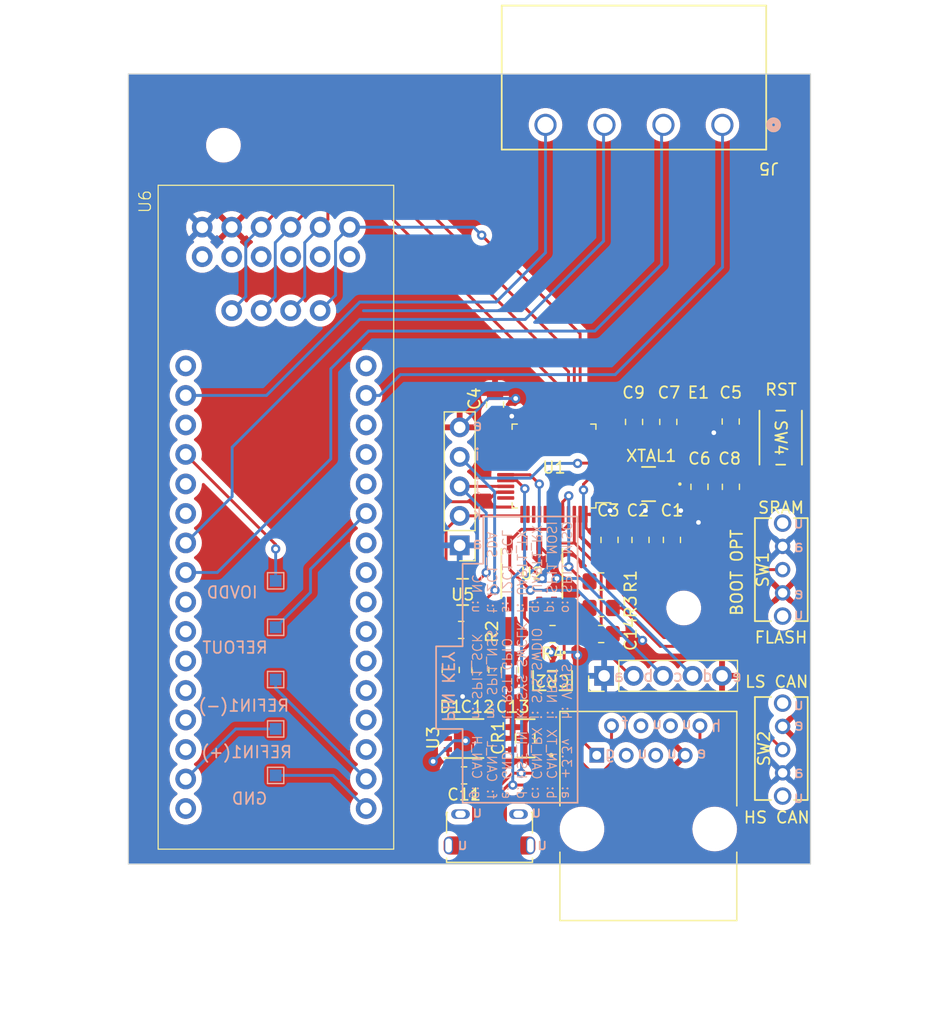
<source format=kicad_pcb>
(kicad_pcb (version 20221018) (generator pcbnew)
  (layers (0 "F.Cu" signal) (31 "B.Cu" signal) (34 "B.Paste" user) (35 "F.Paste" user) (36 "B.SilkS" user "B.Silkscreen") (37 "F.SilkS" user "F.Silkscreen") (38 "B.Mask" user) (39 "F.Mask" user) (44 "Edge.Cuts" user))
  (net 0 "")
  (net 1 "+3.3V")
  (net 5 "GND")
  (net 6 "+3.3VA")
  (net 7 "/NRST")
  (net 8 "VBUS")
  (net 13 "/CAN_L")
  (net 14 "/CAN_H")
  (net 15 "Net-(D1-K)")
  (net 16 "Net-(SW1-B)")
  (net 20 "/BOOT0")
  (net 22 "Net-(U2-RS)")
  (net 23 "/HSE_IN")
  (net 29 "/HSE_OUT")
  (net 30 "/SPI1_NSS")
  (net 31 "/SPI1_SCK")
  (net 32 "/SPI1_MISO")
  (net 33 "/SPI1_MOSI")
  (net 35 "/RST_GPIO")
  (net 40 "/USB_DM")
  (net 41 "/USB_DP")
  (net 42 "/SYS_SWDIO")
  (net 43 "/SYS_SWCLK")
  (net 44 "/CAN_RX")
  (net 45 "/CAN_TX")
  (net 54 "Net-(SW2-B)")
  (net 84 "Net-(TP1-Pad1)")
  (net 85 "Net-(U6-REFIN1(+))")
  (net 86 "Net-(U6-REFIN1(-))")
  (net 87 "Net-(U6-REFOUT)")
  (net 88 "Net-(TP5-Pad1)")
  (net 93 "/AVDD")
  (net 94 "/-VIN")
  (net 95 "/+VIN")
  (net 96 "/AVSS")
  (footprint "footprints:SOT-353   USV_TOS" (layer "F.Cu") (at 102.108 67.705999 180)
    (fp_text reference "U5")
    (fp_text value "DF5A5.6LFUTE85L_F" hide)
  )
  (footprint "footprints:AMPHENOL_10118194-0001LF" (layer "F.Cu") (at 104.425 89.535)
    (fp_text reference "J1" hide)
    (fp_text value "USB_B_Micro" hide)
  )
  (footprint "Resistor_SMD:R_0805_2012Metric_Pad1.20x1.40mm_HandSolder" (layer "F.Cu") (at 122.5138 58.658 -90)
    (fp_text reference "C6")
    (fp_text value ".01u" hide)
  )
  (footprint "MountingHole:MountingHole_2.5mm" (layer "F.Cu") (at 121.158 69.088)
    (fp_text reference "H2" hide)
    (fp_text value "MountingHole" hide)
  )
  (footprint "Resistor_SMD:R_0805_2012Metric_Pad1.20x1.40mm_HandSolder" (layer "F.Cu") (at 114.046 69.088)
    (fp_text reference "R3")
    (fp_text value "10k" hide)
  )
  (footprint "footprints:1825232-1_TEC" (layer "F.Cu") (at 129.6797 67.786 90)
    (fp_text reference "SW1")
    (fp_text value "SW_SPDT" hide)
  )
  (footprint "Resistor_SMD:R_0805_2012Metric_Pad1.20x1.40mm_HandSolder" (layer "F.Cu") (at 101.9811 70.9774 180)
    (fp_text reference "R2")
    (fp_text value "1.5k" hide)
  )
  (footprint "Resistor_SMD:R_0805_2012Metric_Pad1.20x1.40mm_HandSolder" (layer "F.Cu") (at 114.7644 63.23 -90)
    (fp_text reference "C3")
    (fp_text value "100n" hide)
  )
  (footprint "Resistor_SMD:R_0805_2012Metric_Pad1.20x1.40mm_HandSolder" (layer "F.Cu") (at 104.902 51.578 90)
    (fp_text reference "C4")
    (fp_text value "100n" hide)
  )
  (footprint "Resistor_SMD:R_0805_2012Metric_Pad1.20x1.40mm_HandSolder" (layer "F.Cu") (at 125.222 58.658 -90)
    (fp_text reference "C8")
    (fp_text value "100n" hide)
  )
  (footprint "footprints:TVS-SP05_LTF-L" (layer "F.Cu") (at 107.49915 80.309802)
    (fp_text reference "CR1")
    (fp_text value "SP0503BAHTG" hide)
  )
  (footprint "Resistor_SMD:R_0805_2012Metric_Pad1.20x1.40mm_HandSolder" (layer "F.Cu") (at 109.855 71.3326)
    (fp_text reference "R4")
    (fp_text value "120" hide)
  )
  (footprint "EVAL_AD7124_8_PMDZ:EVAL_AD7124_8_PMDZ" (layer "F.Cu") (at 78.25 48.25)
    (fp_text reference "U6")
    (fp_text value "~" hide)
  )
  (footprint "footprints:CHIP_ASE-24_ABR-L" (layer "F.Cu") (at 118.1321 58.42 180)
    (fp_text reference "XTAL1")
    (fp_text value "ASE-25.000MHZ-LC-T" hide)
  )
  (footprint "Connector_PinHeader_2.54mm:PinHeader_1x05_P2.54mm_Vertical" (layer "F.Cu") (at 101.854 63.6975 180)
    (fp_text reference "J4" hide)
    (fp_text value "Conn_01x05" hide)
  )
  (footprint "Resistor_SMD:R_0805_2012Metric_Pad1.20x1.40mm_HandSolder" (layer "F.Cu") (at 114.046 66.802 180)
    (fp_text reference "R1")
    (fp_text value "10k" hide)
  )
  (footprint "Resistor_SMD:R_0805_2012Metric_Pad1.20x1.40mm_HandSolder" (layer "F.Cu") (at 103.632 74.4224 90)
    (fp_text reference "C12")
    (fp_text value "1u" hide)
  )
  (footprint "footprints:SW4_PTS815 SJM 250 SMTR LFS_CNK" (layer "F.Cu") (at 129.5105 54.4248 -90)
    (fp_text reference "SW4")
    (fp_text value "PTS815 SJM 250 SMTR LFS" hide)
  )
  (footprint "footprints:CONN_1757268_PXC" (layer "F.Cu") (at 124.49 27.5 180)
    (fp_text reference "J5")
    (fp_text value "1757268" hide)
  )
  (footprint "Resistor_SMD:R_0805_2012Metric_Pad1.20x1.40mm_HandSolder" (layer "F.Cu") (at 101.0811 74.4224 -90)
    (fp_text reference "D1")
    (fp_text value "LED" hide)
  )
  (footprint "Resistor_SMD:R_0805_2012Metric_Pad1.20x1.40mm_HandSolder" (layer "F.Cu") (at 119.8284 53.07 -90)
    (fp_text reference "C7")
    (fp_text value "1u" hide)
  )
  (footprint "Resistor_SMD:R_0805_2012Metric_Pad1.20x1.40mm_HandSolder" (layer "F.Cu") (at 114.046 71.3326)
    (fp_text reference "C14")
    (fp_text value "100p" hide)
  )
  (footprint "Resistor_SMD:R_0805_2012Metric_Pad1.20x1.40mm_HandSolder" (layer "F.Cu") (at 125.206 53.0352 90)
    (fp_text reference "C5")
    (fp_text value "1u" hide)
  )
  (footprint "Resistor_SMD:R_0805_2012Metric_Pad1.20x1.40mm_HandSolder" (layer "F.Cu") (at 117.4338 63.23 -90)
    (fp_text reference "C2")
    (fp_text value "100n" hide)
  )
  (footprint "MountingHole:MountingHole_2.5mm" (layer "F.Cu") (at 81.5 29.25)
    (fp_text reference "H1" hide)
    (fp_text value "MountingHole" hide)
  )
  (footprint "Connector_PinHeader_2.54mm:PinHeader_1x05_P2.54mm_Vertical" (layer "F.Cu") (at 114.3 74.93 90)
    (fp_text reference "J2" hide)
    (fp_text value "Conn_01x05" hide)
  )
  (footprint "footprints:D8-L" (layer "F.Cu") (at 108.077 66.12255 -90)
    (fp_text reference "U2")
    (fp_text value "SN65HVD230DR" hide)
  )
  (footprint "Package_QFP:LQFP-48_7x7mm_P0.5mm" (layer "F.Cu") (at 109.982 56.8675 180)
    (fp_text reference "U1")
    (fp_text value "STM32F072C8Tx" hide)
  )
  (footprint "footprints:DFN6_3X3_STM-L" (layer "F.Cu") (at 102.235 80.325001 180)
    (fp_text reference "U3")
    (fp_text value "LD39050PU33R" hide)
  )
  (footprint "footprints:SOT_03C-E3-08_VIS" (layer "F.Cu") (at 109.855 75.3364 180)
    (fp_text reference "CR2")
    (fp_text value "GSOT03C-E3-08")
  )
  (footprint "footprints:1825232-1_TEC" (layer "F.Cu") (at 129.6797 83.185 90)
    (fp_text reference "SW2")
    (fp_text value "SW_SPDT" hide)
  )
  (footprint "Resistor_SMD:R_0805_2012Metric_Pad1.20x1.40mm_HandSolder" (layer "F.Cu") (at 102.235 83.5 180)
    (fp_text reference "C11")
    (fp_text value "1u" hide)
  )
  (footprint "footprints:FB_HI0805O121R-10" (layer "F.Cu") (at 122.4628 53.027 -90)
    (fp_text reference "E1")
    (fp_text value "HI0805O121R-10" hide)
  )
  (footprint "Resistor_SMD:R_0805_2012Metric_Pad1.20x1.40mm_HandSolder" (layer "F.Cu") (at 106.172 74.422 -90)
    (fp_text reference "C13")
    (fp_text value "100p" hide)
  )
  (footprint "footprints:AMPHENOL_54601-908WPLF" (layer "F.Cu") (at 118.11 88.115)
    (fp_text reference "J3" hide)
    (fp_text value "54601-908WPLF" hide)
  )
  (footprint "Resistor_SMD:R_0805_2012Metric_Pad1.20x1.40mm_HandSolder" (layer "F.Cu") (at 116.8784 53.07 -90)
    (fp_text reference "C9")
    (fp_text value "10n" hide)
  )
  (footprint "Resistor_SMD:R_0805_2012Metric_Pad1.20x1.40mm_HandSolder" (layer "F.Cu") (at 120.142 63.23 -90)
    (fp_text reference "C1")
    (fp_text value "10u" hide)
  )
  (footprint "TestPoint:TestPoint_Pad_1.0x1.0mm" (layer "B.Cu") (at 86 70.75 180)
    (fp_text reference "REFOUT")
    (fp_text value "TestPoint" hide)
  )
  (footprint "TestPoint:TestPoint_Pad_1.0x1.0mm" (layer "B.Cu") (at 86 75.25 180)
    (fp_text reference "REFIN1(-)")
    (fp_text value "TestPoint" hide)
  )
  (footprint "TestPoint:TestPoint_Pad_1.0x1.0mm" (layer "B.Cu") (at 86 66.75 180)
    (fp_text reference "IOVDD")
    (fp_text value "TestPoint" hide)
  )
  (footprint "TestPoint:TestPoint_Pad_1.0x1.0mm" (layer "B.Cu") (at 86 79.5 180)
    (fp_text reference "REFIN1(+)")
    (fp_text value "TestPoint" hide)
  )
  (footprint "TestPoint:TestPoint_Pad_1.0x1.0mm" (layer "B.Cu") (at 86 83.5 180)
    (fp_text reference "GND")
    (fp_text value "TestPoint" hide)
  )
  (gr_poly (pts (xy 103.886 61.214) (xy 112.014 61.214) (xy 112.014 85.852) (xy 102.108 85.852) (xy 102.108 79.502) (xy 99.822 79.502) (xy 99.822 72.39) (xy 102.108 72.39) (xy 102.108 65.278) (xy 103.886 65.278)) (stroke (width 0.15)) (fill none) (layer "B.SilkS"))
  (gr_rect (start 73.306 23.114) (end 132.08 91.1352) (stroke (width 0.1)) (fill none) (layer "Edge.Cuts"))
  (gr_text "o: SPI1_MISO\np: SPI1_MOSI\nq: UART1_RX\nr: UART1_TX\ns: I2C1_SCL\nt: I2C1_SDA\nu: NC" (at 107.188 69.596 270) (layer "B.SilkS") (effects (font (size 0.8 0.8) (thickness 0.1)) (justify left mirror)))
  (gr_text "e" (at 122.682 81.534) (layer "B.SilkS") (effects (font (size 1 1)) (justify mirror)))
  (gr_text "PIN KEY" (at 100.838 78.994 270) (layer "B.SilkS") (effects (font (size 1 1)) (justify left mirror)))
  (gr_text "j" (at 103.378 58.42) (layer "B.SilkS") (effects (font (size 1 1)) (justify mirror)))
  (gr_text "u" (at 108.458 86.614) (layer "B.SilkS") (effects (font (size 1 1)) (justify mirror)))
  (gr_text "u" (at 131.064 69.596) (layer "B.SilkS") (effects (font (size 1 1)) (justify mirror)))
  (gr_text "d" (at 123.19 74.93) (layer "B.SilkS") (effects (font (size 1 1)) (justify mirror)))
  (gr_text "e" (at 131.064 67.818) (layer "B.SilkS") (effects (font (size 1 1)) (justify mirror)))
  (gr_text "u" (at 131.064 61.722) (layer "B.SilkS") (effects (font (size 1 1)) (justify mirror)))
  (gr_text "f" (at 116.078 78.994) (layer "B.SilkS") (effects (font (size 1 1)) (justify mirror)))
  (gr_text "u" (at 108.966 89.408) (layer "B.SilkS") (effects (font (size 1 1)) (justify mirror)))
  (gr_text "k" (at 103.378 60.96) (layer "B.SilkS") (effects (font (size 1 1)) (justify mirror)))
  (gr_text "a" (at 131.072374 83.198259) (layer "B.SilkS") (effects (font (size 1 1)) (justify mirror)))
  (gr_text "a" (at 131.064 63.754) (layer "B.SilkS") (effects (font (size 1 1)) (justify mirror)))
  (gr_text "i" (at 103.378 55.88) (layer "B.SilkS") (effects (font (size 1 1)) (justify mirror)))
  (gr_text "u" (at 118.872 78.994) (layer "B.SilkS") (effects (font (size 1 1)) (justify mirror)))
  (gr_text "e" (at 131.072374 79.134259) (layer "B.SilkS") (effects (font (size 1 1)) (justify mirror)))
  (gr_text "u" (at 102.108 89.408) (layer "B.SilkS") (effects (font (size 1 1)) (justify mirror)))
  (gr_text "u" (at 103.378 86.614) (layer "B.SilkS") (effects (font (size 1 1)) (justify mirror)))
  (gr_text "u" (at 121.412 78.994) (layer "B.SilkS") (effects (font (size 1 1)) (justify mirror)))
  (gr_text "h: VBUS\ni: NRST\nj: SYS_SWDIO\nk: SYS_SWCLK\nl: RST_GPIO\nm: SPI1_NSS\nn: SPI1_SCK\n" (at 107.188 78.74 270) (layer "B.SilkS") (effects (font (size 0.8 0.8) (thickness 0.1)) (justify left mirror)))
  (gr_text "e" (at 125.73 74.93) (layer "B.SilkS") (effects (font (size 1 1)) (justify mirror)))
  (gr_text "a: +3.3v\nb: CAN_TX\nc: CAN_RX\nd: HSE_IN\ne: GND\nf: CAN_L\ng: CAN_H\n" (at 107.188 85.598 270) (layer "B.SilkS") (effects (font (size 0.8 0.8) (thickness 0.1)) (justify left mirror)))
  (gr_text "u" (at 120.142 81.534) (layer "B.SilkS") (effects (font (size 1 1)) (justify mirror)))
  (gr_text "u" (at 131.072374 77.356259) (layer "B.SilkS") (effects (font (size 1 1)) (justify mirror)))
  (gr_text "u" (at 117.602 81.534) (layer "B.SilkS") (effects (font (size 1 1)) (justify mirror)))
  (gr_text "a" (at 115.57 74.93) (layer "B.SilkS") (effects (font (size 1 1)) (justify mirror)))
  (gr_text "c" (at 120.65 74.93) (layer "B.SilkS") (effects (font (size 1 1)) (justify mirror)))
  (gr_text "g" (at 114.808 81.534) (layer "B.SilkS") (effects (font (size 1 1)) (justify mirror)))
  (gr_text "b" (at 118.11 74.93) (layer "B.SilkS") (effects (font (size 1 1)) (justify mirror)))
  (gr_text "h" (at 123.952 79.248) (layer "B.SilkS") (effects (font (size 1 1)) (justify mirror)))
  (gr_text "e" (at 103.378 53.34) (layer "B.SilkS") (effects (font (size 1 1)) (justify mirror)))
  (gr_text "u" (at 131.064 85.344) (layer "B.SilkS") (effects (font (size 1 1)) (justify mirror)))
  (gr_text "a" (at 103.378 63.5) (layer "B.SilkS") (effects (font (size 1 1)) (justify mirror)))
  (gr_text "HS CAN" (at 129.1717 87.122) (layer "F.SilkS") (effects (font (size 1 1))))
  (gr_text "BOOT OPT" (at 125.73 66.04 90) (layer "F.SilkS") (effects (font (size 1 1))))
  (gr_text "FLASH" (at 129.54 71.628) (layer "F.SilkS") (effects (font (size 1 1))))
  (gr_text "RST" (at 129.54 50.292) (layer "F.SilkS") (effects (font (size 1 1))))
  (gr_text "LS CAN" (at 129.1717 75.438) (layer "F.SilkS") (effects (font (size 1 1))))
  (gr_text "SRAM" (at 129.54 60.452) (layer "F.SilkS") (effects (font (size 1 1))))
  (segment (start 106.341999 52.578) (end 106.468999 52.705) (width 0.25) (layer "F.Cu") (net 1))
  (segment (start 112.732 61.03) (end 112.732 62.186) (width 0.25) (layer "F.Cu") (net 1))
  (segment (start 102.108 76.708) (end 102.108 76.4493) (width 0.5) (layer "F.Cu") (net 1))
  (segment (start 102.108 76.708) (end 100.838 77.978) (width 0.5) (layer "F.Cu") (net 1))
  (segment (start 107.442 65.024) (end 107.442 63.5) (width 0.25) (layer "F.Cu") (net 1))
  (segment (start 114.1445 59.6175) (end 115.4975 59.6175) (width 0.25) (layer "F.Cu") (net 1))
  (segment (start 122.4628 54) (end 125.1708 54) (width 0.4) (layer "F.Cu") (net 1))
  (segment (start 123.7852 54.0352) (end 125.206 54.0352) (width 0.25) (layer "F.Cu") (net 1))
  (segment (start 101.0666 68.355998) (end 101.854 67.568598) (width 0.25) (layer "F.Cu") (net 1))
  (segment (start 114.1445 59.6175) (end 114.1445 60.0995) (width 0.25) (layer "F.Cu") (net 1))
  (segment (start 112.732 61.03) (end 113.214 61.03) (width 0.25) (layer "F.Cu") (net 1))
  (segment (start 102.108 76.4493) (end 101.0811 75.4224) (width 0.5) (layer "F.Cu") (net 1))
  (segment (start 106.341999 52.578) (end 105.172 52.578) (width 0.4) (layer "F.Cu") (net 1))
  (segment (start 123.75 54) (end 123.7852 54.0352) (width 0.25) (layer "F.Cu") (net 1))
  (segment (start 106.468999 52.705) (end 107.232 52.705) (width 0.25) (layer "F.Cu") (net 1))
  (segment (start 102.3464 76.708) (end 103.632 75.4224) (width 0.5) (layer "F.Cu") (net 1))
  (segment (start 108.966 66.548) (end 107.442 65.024) (width 0.25) (layer "F.Cu") (net 1))
  (segment (start 112.732 62.186) (end 113.03 62.484) (width 0.25) (layer "F.Cu") (net 1))
  (segment (start 100.838 77.978) (end 100.838 79.375) (width 0.5) (layer "F.Cu") (net 1))
  (segment (start 101.854 67.568598) (end 101.854 63.6975) (width 0.25) (layer "F.Cu") (net 1))
  (segment (start 102.108 76.708) (end 102.3464 76.708) (width 0.5) (layer "F.Cu") (net 1))
  (via (at 106.341999 52.578) (size 0.8) (drill 0.4) (layers "F.Cu" "B.Cu") (net 1))
  (via (at 117.856 60.706) (size 0.8) (drill 0.4) (layers "F.Cu" "B.Cu") (net 1))
  (via (at 123.75 54) (size 0.8) (drill 0.4) (layers "F.Cu" "B.Cu") (net 1))
  (via (at 114.808 60.706) (size 0.8) (drill 0.4) (layers "F.Cu" "B.Cu") (net 1))
  (via (at 122.428 61.722) (size 0.8) (drill 0.4) (layers "F.Cu" "B.Cu") (net 1))
  (via (at 102.108 76.708) (size 0.8) (drill 0.4) (layers "F.Cu" "B.Cu") (net 1))
  (via (at 108.966 66.548) (size 0.8) (drill 0.4) (layers "F.Cu" "B.Cu") (net 1))
  (via (at 120.904 60.706) (size 0.8) (drill 0.4) (layers "F.Cu" "B.Cu") (net 1))
  (segment (start 108.712 63.754) (end 110.236 65.278) (width 0.25) (layer "F.Cu") (net 5))
  (segment (start 110.236 65.278) (end 110.236 66.548) (width 0.25) (layer "F.Cu") (net 5))
  (segment (start 106.884185 51.054) (end 107.732 51.901815) (width 0.25) (layer "F.Cu") (net 5))
  (segment (start 115.8405 56.1175) (end 116.078 55.88) (width 0.25) (layer "F.Cu") (net 5))
  (segment (start 104.189815 59.944) (end 100.584 59.944) (width 0.25) (layer "F.Cu") (net 5))
  (segment (start 106.68 51.054) (end 106.884185 51.054) (width 0.25) (layer "F.Cu") (net 5))
  (segment (start 119.4656 57.595) (end 122.3228 57.595) (width 0.25) (layer "F.Cu") (net 5))
  (segment (start 102.362 80.452001) (end 102.235 80.325001) (width 0.25) (layer "F.Cu") (net 5))
  (segment (start 103.632 73.4224) (end 103.378 73.1684) (width 0.25) (layer "F.Cu") (net 5))
  (segment (start 115.046 71.3326) (end 115.046 72.12) (width 0.25) (layer "F.Cu") (net 5))
  (segment (start 102.362 80.518) (end 102.362 80.452001) (width 0.25) (layer "F.Cu") (net 5))
  (segment (start 116.8784 54.07) (end 119.8284 54.07) (width 0.25) (layer "F.Cu") (net 5))
  (segment (start 107.732 51.901815) (end 107.732 52.705) (width 0.25) (layer "F.Cu") (net 5))
  (segment (start 105.6316 75.422) (end 103.632 73.4224) (width 0.25) (layer "F.Cu") (net 5))
  (segment (start 106.204 50.578) (end 104.902 50.578) (width 0.4) (layer "F.Cu") (net 5))
  (segment (start 103.1494 67.705999) (end 102.552499 67.705999) (width 0.25) (layer "F.Cu") (net 5))
  (segment (start 103.378 73.1684) (end 103.378 71.3743) (width 0.25) (layer "F.Cu") (net 5))
  (segment (start 102.552499 67.705999) (end 102.108 68.150498) (width 0.25) (layer "F.Cu") (net 5))
  (segment (start 112.232 62.956) (end 113.506 64.23) (width 0.25) (layer "F.Cu") (net 5))
  (segment (start 105.016315 59.1175) (end 104.189815 59.944) (width 0.25) (layer "F.Cu") (net 5))
  (segment (start 105.725 86.045) (end 106.172 85.598) (width 0.25) (layer "F.Cu") (net 5))
  (segment (start 114.1445 56.1175) (end 115.8405 56.1175) (width 0.25) (layer "F.Cu") (net 5))
  (segment (start 102.108 68.150498) (end 102.108 68.834) (width 0.25) (layer "F.Cu") (net 5))
  (segment (start 105.725 86.86) (end 105.725 86.045) (width 0.25) (layer "F.Cu") (net 5))
  (segment (start 122.3228 57.595) (end 122.4978 57.42) (width 0.25) (layer "F.Cu") (net 5))
  (segment (start 108.712 63.5) (end 108.712 63.754) (width 0.25) (layer "F.Cu") (net 5))
  (segment (start 115.046 72.12) (end 115.57 72.644) (width 0.25) (layer "F.Cu") (net 5))
  (segment (start 106.68 51.054) (end 106.204 50.578) (width 0.4) (layer "F.Cu") (net 5))
  (segment (start 106.172 75.422) (end 105.6316 75.422) (width 0.25) (layer "F.Cu") (net 5))
  (segment (start 103.378 71.3743) (end 102.9811 70.9774) (width 0.25) (layer "F.Cu") (net 5))
  (segment (start 112.232 61.03) (end 112.232 62.956) (width 0.25) (layer "F.Cu") (net 5))
  (segment (start 105.8195 59.1175) (end 105.016315 59.1175) (width 0.25) (layer "F.Cu") (net 5))
  (segment (start 113.506 64.23) (end 114.7644 64.23) (width 0.25) (layer "F.Cu") (net 5))
  (via (at 110.236 66.548) (size 0.8) (drill 0.4) (layers "F.Cu" "B.Cu") (net 5))
  (via (at 117.602 71.882) (size 0.8) (drill 0.4) (layers "F.Cu" "B.Cu") (net 5))
  (via (at 106.68 51.054) (size 0.8) (drill 0.4) (layers "F.Cu" "B.Cu") (net 5))
  (via (at 102.362 80.518) (size 0.8) (drill 0.4) (layers "F.Cu" "B.Cu") (net 5))
  (via (at 99.568 82.296) (size 0.8) (drill 0.4) (layers "F.Cu" "B.Cu") (net 5))
  (via (at 109.728 72.898) (size 0.8) (drill 0.4) (layers "F.Cu" "B.Cu") (net 5))
  (via (at 112.014 73.152) (size 0.8) (drill 0.4) (layers "F.Cu" "B.Cu") (net 5))
  (segment (start 109.728 72.898) (end 111.76 72.898) (width 0.25) (layer "B.Cu") (net 5))
  (segment (start 104.3375 51.054) (end 101.854 53.5375) (width 0.25) (layer "B.Cu") (net 5))
  (segment (start 101.346 80.518) (end 99.568 82.296) (width 0.25) (layer "B.Cu") (net 5))
  (segment (start 106.68 51.054) (end 104.3375 51.054) (width 0.25) (layer "B.Cu") (net 5))
  (segment (start 110.236 66.548) (end 112.268 66.548) (width 0.25) (layer "B.Cu") (net 5))
  (segment (start 112.268 66.548) (end 117.602 71.882) (width 0.25) (layer "B.Cu") (net 5))
  (segment (start 111.76 72.898) (end 112.014 73.152) (width 0.25) (layer "B.Cu") (net 5))
  (segment (start 102.362 80.518) (end 101.346 80.518) (width 0.25) (layer "B.Cu") (net 5))
  (segment (start 119.8284 52.07) (end 116.8784 52.07) (width 0.4) (layer "F.Cu") (net 6))
  (segment (start 115.57 54.995185) (end 115.57 54.420385) (width 0.25) (layer "F.Cu") (net 6))
  (segment (start 115.57 53.3784) (end 116.8784 52.07) (width 0.4) (layer "F.Cu") (net 6))
  (segment (start 114.947685 55.6175) (end 115.57 54.995185) (width 0.25) (layer "F.Cu") (net 6))
  (segment (start 119.8284 52.07) (end 122.4468 52.07) (width 0.4) (layer "F.Cu") (net 6))
  (segment (start 115.57 54.420385) (end 115.57 53.3784) (width 0.4) (layer "F.Cu") (net 6))
  (segment (start 114.1445 55.6175) (end 114.947685 55.6175) (width 0.25) (layer "F.Cu") (net 6))
  (segment (start 104.110002 68.355998) (end 103.1494 68.355998) (width 0.25) (layer "F.Cu") (net 7))
  (segment (start 128.435501 58.000499) (end 128.435501 56.674801) (width 0.25) (layer "F.Cu") (net 7))
  (segment (start 128.435501 56.674801) (end 128.435501 52.174799) (width 0.25) (layer "F.Cu") (net 7))
  (segment (start 114.046 56.6175) (end 128.3782 56.6175) (width 0.25) (layer "F.Cu") (net 7))
  (segment (start 125.206 59.42) (end 127.016 59.42) (width 0.25) (layer "F.Cu") (net 7))
  (segment (start 128.3782 56.6175) (end 128.435501 56.674801) (width 0.25) (layer "F.Cu") (net 7))
  (segment (start 112.014 56.642) (end 112.0385 56.6175) (width 0.25) (layer "F.Cu") (net 7))
  (segment (start 112.0385 56.6175) (end 114.1445 56.6175) (width 0.25) (layer "F.Cu") (net 7))
  (segment (start 127.016 59.42) (end 128.435501 58.000499) (width 0.25) (layer "F.Cu") (net 7))
  (segment (start 104.902 67.564) (end 104.110002 68.355998) (width 0.25) (layer "F.Cu") (net 7))
  (via (at 112.014 56.642) (size 0.8) (drill 0.4) (layers "F.Cu" "B.Cu") (net 7))
  (via (at 104.902 67.564) (size 0.8) (drill 0.4) (layers "F.Cu" "B.Cu") (net 7))
  (segment (start 104.902 67.564) (end 104.865 67.527) (width 0.25) (layer "B.Cu") (net 7))
  (segment (start 103.6885 57.912) (end 101.854 56.0775) (width 0.25) (layer "B.Cu") (net 7))
  (segment (start 104.865 59.0885) (end 103.6885 57.912) (width 0.25) (layer "B.Cu") (net 7))
  (segment (start 104.865 67.527) (end 104.865 59.0885) (width 0.25) (layer "B.Cu") (net 7))
  (segment (start 109.22 56.642) (end 107.95 57.912) (width 0.25) (layer "B.Cu") (net 7))
  (segment (start 107.95 57.912) (end 103.6885 57.912) (width 0.25) (layer "B.Cu") (net 7))
  (segment (start 112.014 56.642) (end 109.22 56.642) (width 0.25) (layer "B.Cu") (net 7))
  (segment (start 111.506 84.582) (end 107.95 88.138) (width 0.25) (layer "F.Cu") (net 8))
  (segment (start 103.235 83.5) (end 103.235 82.095901) (width 0.25) (layer "F.Cu") (net 8))
  (segment (start 122.555 82.677) (end 120.65 84.582) (width 0.25) (layer "F.Cu") (net 8))
  (segment (start 100.838 81.275002) (end 100.838 81.728202) (width 0.25) (layer "F.Cu") (net 8))
  (segment (start 103.125 86.86) (end 103.125 83.61) (width 0.25) (layer "F.Cu") (net 8))
  (segment (start 107.95 88.138) (end 103.528 88.138) (width 0.25) (layer "F.Cu") (net 8))
  (segment (start 103.125 83.61) (end 103.235 83.5) (width 0.25) (layer "F.Cu") (net 8))
  (segment (start 120.65 84.582) (end 111.506 84.582) (width 0.25) (layer "F.Cu") (net 8))
  (segment (start 103.4363 81.894601) (end 103.632 81.698901) (width 0.25) (layer "F.Cu") (net 8))
  (segment (start 103.632 81.698901) (end 103.632 81.275002) (width 0.25) (layer "F.Cu") (net 8))
  (segment (start 103.528 88.138) (end 103.125 87.735) (width 0.25) (layer "F.Cu") (net 8))
  (segment (start 106.4133 81.275002) (end 103.632 81.275002) (width 0.25) (layer "F.Cu") (net 8))
  (segment (start 103.235 82.095901) (end 103.632 81.698901) (width 0.25) (layer "F.Cu") (net 8))
  (segment (start 103.125 87.735) (end 103.125 86.86) (width 0.25) (layer "F.Cu") (net 8))
  (segment (start 100.838 81.728202) (end 101.004399 81.894601) (width 0.25) (layer "F.Cu") (net 8))
  (segment (start 122.555 79.225) (end 122.555 82.677) (width 0.25) (layer "F.Cu") (net 8))
  (segment (start 101.004399 81.894601) (end 103.4363 81.894601) (width 0.25) (layer "F.Cu") (net 8))
  (segment (start 108.854999 77.866999) (end 108.854999 74.295) (width 0.25) (layer "F.Cu") (net 13))
  (segment (start 108.855 71.3326) (end 108.7534 71.3326) (width 0.25) (layer "F.Cu") (net 13))
  (segment (start 114.29 83.058) (end 113.04 83.058) (width 0.25) (layer "F.Cu") (net 13))
  (segment (start 107.442 69.9196) (end 107.442 68.7451) (width 0.25) (layer "F.Cu") (net 13))
  (segment (start 109.728 79.746) (end 109.728 78.74) (width 0.25) (layer "F.Cu") (net 13))
  (segment (start 106.664 73.422) (end 106.172 73.422) (width 0.25) (layer "F.Cu") (net 13))
  (segment (start 114.935 82.413) (end 114.29 83.058) (width 0.25) (layer "F.Cu") (net 13))
  (segment (start 109.728 78.74) (end 108.854999 77.866999) (width 0.25) (layer "F.Cu") (net 13))
  (segment (start 108.855 71.3326) (end 107.442 69.9196) (width 0.25) (layer "F.Cu") (net 13))
  (segment (start 108.7534 71.3326) (end 106.664 73.422) (width 0.25) (layer "F.Cu") (net 13))
  (segment (start 114.935 79.225) (end 114.935 82.413) (width 0.25) (layer "F.Cu") (net 13))
  (segment (start 113.04 83.058) (end 109.728 79.746) (width 0.25) (layer "F.Cu") (net 13))
  (segment (start 108.854999 74.295) (end 108.855 71.3326) (width 0.25) (layer "F.Cu") (net 13))
  (segment (start 108.712 68.7451) (end 108.712 69.1896) (width 0.25) (layer "F.Cu") (net 14))
  (segment (start 113.665 81.765) (end 110.855001 78.955001) (width 0.25) (layer "F.Cu") (net 14))
  (segment (start 113.046 71.3326) (end 110.855 71.3326) (width 0.25) (layer "F.Cu") (net 14))
  (segment (start 108.712 69.1896) (end 110.855 71.3326) (width 0.25) (layer "F.Cu") (net 14))
  (segment (start 110.855001 78.955001) (end 110.855001 74.295) (width 0.25) (layer "F.Cu") (net 14))
  (segment (start 110.855001 74.295) (end 110.855 71.3326) (width 0.25) (layer "F.Cu") (net 14))
  (segment (start 101.0811 73.4224) (end 101.0811 71.0774) (width 0.25) (layer "F.Cu") (net 15))
  (segment (start 101.0811 71.0774) (end 100.9811 70.9774) (width 0.25) (layer "F.Cu") (net 15))
  (segment (start 129.6797 65.786) (end 116.062 65.786) (width 0.25) (layer "F.Cu") (net 16))
  (segment (start 116.062 65.786) (end 115.046 66.802) (width 0.25) (layer "F.Cu") (net 16))
  (segment (start 112.522 66.802) (end 113.046 66.802) (width 0.25) (layer "F.Cu") (net 20))
  (segment (start 110.732 61.03) (end 110.732 59.956) (width 0.25) (layer "F.Cu") (net 20))
  (segment (start 110.732 59.956) (end 111.252 59.436) (width 0.25) (layer "F.Cu") (net 20))
  (segment (start 111.252 65.532) (end 112.522 66.802) (width 0.25) (layer "F.Cu") (net 20))
  (via (at 111.252 65.532) (size 0.8) (drill 0.4) (layers "F.Cu" "B.Cu") (net 20))
  (via (at 111.252 59.436) (size 0.8) (drill 0.4) (layers "F.Cu" "B.Cu") (net 20))
  (segment (start 111.252 59.436) (end 111.252 65.532) (width 0.25) (layer "B.Cu") (net 20))
  (segment (start 110.0361 68.834) (end 112.792 68.834) (width 0.25) (layer "F.Cu") (net 22))
  (segment (start 112.792 68.834) (end 113.046 69.088) (width 0.25) (layer "F.Cu") (net 22))
  (segment (start 113.341315 57.6175) (end 112.522 58.436815) (width 0.25) (layer "F.Cu") (net 23))
  (segment (start 114.1445 57.6175) (end 113.341315 57.6175) (width 0.25) (layer "F.Cu") (net 23))
  (segment (start 116.7761 57.6175) (end 116.7986 57.595) (width 0.25) (layer "F.Cu") (net 23))
  (segment (start 114.046 57.6175) (end 116.7761 57.6175) (width 0.25) (layer "F.Cu") (net 23))
  (segment (start 112.522 58.436815) (end 112.522 58.928) (width 0.25) (layer "F.Cu") (net 23))
  (via (at 112.522 58.928) (size 0.8) (drill 0.4) (layers "F.Cu" "B.Cu") (net 23))
  (segment (start 112.522 65.532) (end 121.92 74.93) (width 0.25) (layer "B.Cu") (net 23))
  (segment (start 112.522 58.928) (end 112.522 65.532) (width 0.25) (layer "B.Cu") (net 23))
  (segment (start 112.232 52.705) (end 112.232 45.482) (width 0.25) (layer "F.Cu") (net 30))
  (segment (start 112.232 45.482) (end 103.75 37) (width 0.25) (layer "F.Cu") (net 30))
  (segment (start 112.232 52.705) (end 112.232 51.901814) (width 0.25) (layer "F.Cu") (net 30))
  (via (at 103.75 37) (size 0.8) (drill 0.4) (layers "F.Cu" "B.Cu") (net 30))
  (segment (start 103.75 37) (end 103.0568 36.3068) (width 0.25) (layer "B.Cu") (net 30))
  (segment (start 103.0568 36.3068) (end 92.3724 36.3068) (width 0.25) (layer "B.Cu") (net 30))
  (segment (start 91.1584 42.1615) (end 89.8324 43.4875) (width 0.25) (layer "B.Cu") (net 30))
  (segment (start 91.1584 37.5208) (end 91.1584 42.1615) (width 0.25) (layer "B.Cu") (net 30))
  (segment (start 92.3724 36.3068) (end 91.1584 37.5208) (width 0.25) (layer "B.Cu") (net 30))
  (segment (start 95.75 31.5) (end 89.5592 31.5) (width 0.25) (layer "F.Cu") (net 31))
  (segment (start 111.732 47.482) (end 95.75 31.5) (width 0.25) (layer "F.Cu") (net 31))
  (segment (start 111.732 52.705) (end 111.732 47.482) (width 0.25) (layer "F.Cu") (net 31))
  (segment (start 89.5592 31.5) (end 84.7524 36.3068) (width 0.25) (layer "F.Cu") (net 31))
  (segment (start 83.4264 42.2735) (end 82.2124 43.4875) (width 0.25) (layer "B.Cu") (net 31))
  (segment (start 84.7524 36.3068) (end 83.4264 37.6328) (width 0.25) (layer "B.Cu") (net 31))
  (segment (start 83.4264 37.6328) (end 83.4264 42.2735) (width 0.25) (layer "B.Cu") (net 31))
  (segment (start 111.232 52.705) (end 111.232 48.732) (width 0.25) (layer "F.Cu") (net 32))
  (segment (start 90.5992 33) (end 87.2924 36.3068) (width 0.25) (layer "F.Cu") (net 32))
  (segment (start 95.5 33) (end 90.5992 33) (width 0.25) (layer "F.Cu") (net 32))
  (segment (start 111.232 48.732) (end 95.5 33) (width 0.25) (layer "F.Cu") (net 32))
  (segment (start 87.2924 36.3068) (end 85.9664 37.6328) (width 0.25) (layer "B.Cu") (net 32))
  (segment (start 85.9664 42.2735) (end 84.7524 43.4875) (width 0.25) (layer "B.Cu") (net 32))
  (segment (start 85.9664 37.6328) (end 85.9664 42.2735) (width 0.25) (layer "B.Cu") (net 32))
  (segment (start 110.732 50.268) (end 110.732 52.705) (width 0.25) (layer "F.Cu") (net 33))
  (segment (start 90.5 34.75) (end 90.5 35.6392) (width 0.25) (layer "F.Cu") (net 33))
  (segment (start 91 34.25) (end 90.5 34.75) (width 0.25) (layer "F.Cu") (net 33))
  (segment (start 90.5 35.6392) (end 89.8324 36.3068) (width 0.25) (layer "F.Cu") (net 33))
  (segment (start 94.714 34.25) (end 91 34.25) (width 0.25) (layer "F.Cu") (net 33))
  (segment (start 110.732 50.268) (end 94.714 34.25) (width 0.25) (layer "F.Cu") (net 33))
  (segment (start 88.5064 37.6328) (end 88.5064 42.2735) (width 0.25) (layer "B.Cu") (net 33))
  (segment (start 88.5064 42.2735) (end 87.2924 43.4875) (width 0.25) (layer "B.Cu") (net 33))
  (segment (start 89.8324 36.3068) (end 88.5064 37.6328) (width 0.25) (layer "B.Cu") (net 33))
  (segment (start 103.775 85.948604) (end 106.411604 83.312) (width 0.25) (layer "F.Cu") (net 40))
  (segment (start 108.585 82.931) (end 108.585 81.275002) (width 0.25) (layer "F.Cu") (net 40))
  (segment (start 103.775 86.86) (end 103.775 85.948604) (width 0.25) (layer "F.Cu") (net 40))
  (segment (start 107.9095 57.6175) (end 105.8195 57.6175) (width 0.25) (layer "F.Cu") (net 40))
  (segment (start 106.411604 83.312) (end 108.204 83.312) (width 0.25) (layer "F.Cu") (net 40))
  (segment (start 108.712 58.42) (end 107.9095 57.6175) (width 0.25) (layer "F.Cu") (net 40))
  (segment (start 108.204 83.312) (end 108.585 82.931) (width 0.25) (layer "F.Cu") (net 40))
  (via (at 107.1505 83.312) (size 0.8) (drill 0.4) (layers "F.Cu" "B.Cu") (net 40))
  (via (at 108.712 58.42) (size 0.8) (drill 0.4) (layers "F.Cu" "B.Cu") (net 40))
  (segment (start 107.188 66.802) (end 107.188 83.2745) (width 0.25) (layer "B.Cu") (net 40))
  (segment (start 107.188 83.2745) (end 107.1505 83.312) (width 0.25) (layer "B.Cu") (net 40))
  (segment (start 108.712 58.42) (end 108.712 65.278) (width 0.25) (layer "B.Cu") (net 40))
  (segment (start 108.712 65.278) (end 107.188 66.802) (width 0.25) (layer "B.Cu") (net 40))
  (segment (start 109.855 80.614602) (end 108.585 79.344602) (width 0.25) (layer "F.Cu") (net 41))
  (segment (start 109.855 83.439) (end 109.855 80.614602) (width 0.25) (layer "F.Cu") (net 41))
  (segment (start 108.966 84.328) (end 109.855 83.439) (width 0.25) (layer "F.Cu") (net 41))
  (segment (start 107.469122 58.819347) (end 106.767275 58.1175) (width 0.25) (layer "F.Cu") (net 41))
  (segment (start 104.425 85.935) (end 106.032 84.328) (width 0.25) (layer "F.Cu") (net 41))
  (segment (start 104.425 86.86) (end 104.425 85.935) (width 0.25) (layer "F.Cu") (net 41))
  (segment (start 106.767275 58.1175) (end 105.8195 58.1175) (width 0.25) (layer "F.Cu") (net 41))
  (segment (start 106.032 84.328) (end 108.966 84.328) (width 0.25) (layer "F.Cu") (net 41))
  (via (at 107.469122 58.819347) (size 0.8) (drill 0.4) (layers "F.Cu" "B.Cu") (net 41))
  (via (at 106.426 84.328) (size 0.8) (drill 0.4) (layers "F.Cu" "B.Cu") (net 41))
  (segment (start 107.442 65.532) (end 106.426 66.548) (width 0.25) (layer "B.Cu") (net 41))
  (segment (start 107.442 58.846469) (end 107.442 65.532) (width 0.25) (layer "B.Cu") (net 41))
  (segment (start 107.469122 58.819347) (end 107.442 58.846469) (width 0.25) (layer "B.Cu") (net 41))
  (segment (start 106.426 66.548) (end 106.426 84.328) (width 0.25) (layer "B.Cu") (net 41))
  (segment (start 104.14 66.04) (end 104.14 66.0654) (width 0.25) (layer "F.Cu") (net 42))
  (segment (start 105.8195 58.6175) (end 101.854 58.6175) (width 0.25) (layer "F.Cu") (net 42))
  (segment (start 104.14 66.0654) (end 103.1494 67.056) (width 0.25) (layer "F.Cu") (net 42))
  (via (at 104.14 66.04) (size 0.8) (drill 0.4) (layers "F.Cu" "B.Cu") (net 42))
  (segment (start 104.14 60.9035) (end 101.854 58.6175) (width 0.25) (layer "B.Cu") (net 42))
  (segment (start 104.14 66.04) (end 104.14 60.9035) (width 0.25) (layer "B.Cu") (net 42))
  (segment (start 100.679 66.6684) (end 100.679 62.3325) (width 0.25) (layer "F.Cu") (net 43))
  (segment (start 100.679 62.3325) (end 101.854 61.1575) (width 0.25) (layer "F.Cu") (net 43))
  (segment (start 107.1045 61.1575) (end 101.854 61.1575) (width 0.25) (layer "F.Cu") (net 43))
  (segment (start 107.232 61.03) (end 107.1045 61.1575) (width 0.25) (layer "F.Cu") (net 43))
  (segment (start 101.0666 67.056) (end 100.679 66.6684) (width 0.25) (layer "F.Cu") (net 43))
  (segment (start 106.172 63.5) (end 106.172 63.326774) (width 0.25) (layer "F.Cu") (net 44))
  (segment (start 107.95 67.564) (end 106.172 65.786) (width 0.25) (layer "F.Cu") (net 44))
  (segment (start 111.232 61.922609) (end 111.232 61.03) (width 0.25) (layer "F.Cu") (net 44))
  (segment (start 106.172 63.326774) (end 107.17935 62.319424) (width 0.25) (layer "F.Cu") (net 44))
  (segment (start 106.172 65.786) (end 106.172 63.5) (width 0.25) (layer "F.Cu") (net 44))
  (segment (start 107.17935 62.319424) (end 110.835185 62.319424) (width 0.25) (layer "F.Cu") (net 44))
  (segment (start 110.835185 62.319424) (end 111.232 61.922609) (width 0.25) (layer "F.Cu") (net 44))
  (via (at 107.95 67.564) (size 0.8) (drill 0.4) (layers "F.Cu" "B.Cu") (net 44))
  (segment (start 112.014 67.564) (end 119.38 74.93) (width 0.25) (layer "B.Cu") (net 44))
  (segment (start 107.95 67.564) (end 112.014 67.564) (width 0.25) (layer "B.Cu") (net 44))
  (segment (start 114.046 65.786) (end 111.76 63.5) (width 0.25) (layer "F.Cu") (net 45))
  (segment (start 116.84 74.93) (end 116.586 74.93) (width 0.25) (layer "F.Cu") (net 45))
  (segment (start 111.732 63.472) (end 111.732 61.03) (width 0.25) (layer "F.Cu") (net 45))
  (segment (start 111.76 63.5) (end 111.506 63.5) (width 0.25) (layer "F.Cu") (net 45))
  (segment (start 111.506 63.5) (end 109.982 63.5) (width 0.25) (layer "F.Cu") (net 45))
  (segment (start 116.586 74.93) (end 114.046 72.39) (width 0.25) (layer "F.Cu") (net 45))
  (segment (start 114.046 72.39) (end 114.046 65.786) (width 0.25) (layer "F.Cu") (net 45))
  (segment (start 111.76 63.5) (end 111.732 63.472) (width 0.25) (layer "F.Cu") (net 45))
  (segment (start 115.833305 69.088) (end 115.046 69.088) (width 0.25) (layer "F.Cu") (net 54))
  (segment (start 129.6797 81.28) (end 128.27 79.8703) (width 0.25) (layer "F.Cu") (net 54))
  (segment (start 128.27 74.93) (end 125.73 72.39) (width 0.25) (layer "F.Cu") (net 54))
  (segment (start 119.135305 72.39) (end 115.833305 69.088) (width 0.25) (layer "F.Cu") (net 54))
  (segment (start 128.27 79.8703) (end 128.27 74.93) (width 0.25) (layer "F.Cu") (net 54))
  (segment (start 125.73 72.39) (end 119.135305 72.39) (width 0.25) (layer "F.Cu") (net 54))
  (segment (start 78.25 55.87) (end 86 63.62) (width 0.25) (layer "F.Cu") (net 84))
  (segment (start 86 63.62) (end 86 64) (width 0.25) (layer "F.Cu") (net 84))
  (via (at 86 64) (size 0.8) (drill 0.4) (layers "F.Cu" "B.Cu") (net 84))
  (segment (start 86 64) (end 86 66.75) (width 0.25) (layer "B.Cu") (net 84))
  (segment (start 86 79.5) (end 82.56 79.5) (width 0.25) (layer "B.Cu") (net 85))
  (segment (start 82.56 79.5) (end 78.25 83.81) (width 0.25) (layer "B.Cu") (net 85))
  (segment (start 86 76.0152) (end 93.7948 83.81) (width 0.25) (layer "B.Cu") (net 86))
  (segment (start 86 75.25) (end 86 76.0152) (width 0.25) (layer "B.Cu") (net 86))
  (segment (start 89 67.75) (end 86 70.75) (width 0.25) (layer "B.Cu") (net 87))
  (segment (start 93.7948 60.95) (end 89 65.7448) (width 0.25) (layer "B.Cu") (net 87))
  (segment (start 89 65.7448) (end 89 67.75) (width 0.25) (layer "B.Cu") (net 87))
  (segment (start 86 83.5) (end 90.9448 83.5) (width 0.25) (layer "B.Cu") (net 88))
  (segment (start 90.9448 83.5) (end 93.7948 86.35) (width 0.25) (layer "B.Cu") (net 88))
  (segment (start 96.75 49) (end 115.25 49) (width 0.25) (layer "B.Cu") (net 93))
  (segment (start 93.7948 50.79) (end 94.96 50.79) (width 0.25) (layer "B.Cu") (net 93))
  (segment (start 94.96 50.79) (end 96.75 49) (width 0.25) (layer "B.Cu") (net 93))
  (segment (start 115.25 49) (end 124.5 39.75) (width 0.25) (layer "B.Cu") (net 93))
  (segment (start 124.5 39.75) (end 124.5 27.51) (width 0.25) (layer "B.Cu") (net 93))
  (segment (start 124.5 27.51) (end 124.49 27.5) (width 0.25) (layer "B.Cu") (net 93))
  (segment (start 90.75 48.5) (end 94 45.25) (width 0.25) (layer "B.Cu") (net 94))
  (segment (start 94 45.25) (end 113.5 45.25) (width 0.25) (layer "B.Cu") (net 94))
  (segment (start 90.75 56.25) (end 90.75 48.5) (width 0.25) (layer "B.Cu") (net 94))
  (segment (start 113.5 45.25) (end 119.25 39.5) (width 0.25) (layer "B.Cu") (net 94))
  (segment (start 80.97 66.03) (end 90.75 56.25) (width 0.25) (layer "B.Cu") (net 94))
  (segment (start 119.25 27.66) (end 119.41 27.5) (width 0.25) (layer "B.Cu") (net 94))
  (segment (start 78.25 66.03) (end 80.97 66.03) (width 0.25) (layer "B.Cu") (net 94))
  (segment (start 119.25 39.5) (end 119.25 27.66) (width 0.25) (layer "B.Cu") (net 94))
  (segment (start 82.25 55.25) (end 93.25 44.25) (width 0.25) (layer "B.Cu") (net 95))
  (segment (start 114.25 37.5) (end 114.25 27.58) (width 0.25) (layer "B.Cu") (net 95))
  (segment (start 93.25 44.25) (end 107.5 44.25) (width 0.25) (layer "B.Cu") (net 95))
  (segment (start 82.25 59.49) (end 82.25 55.25) (width 0.25) (layer "B.Cu") (net 95))
  (segment (start 114.25 27.58) (end 114.33 27.5) (width 0.25) (layer "B.Cu") (net 95))
  (segment (start 107.5 44.25) (end 114.25 37.5) (width 0.25) (layer "B.Cu") (net 95))
  (segment (start 78.25 63.49) (end 82.25 59.49) (width 0.25) (layer "B.Cu") (net 95))
  (segment (start 93.25 42.75) (end 105 42.75) (width 0.25) (layer "B.Cu") (net 96))
  (segment (start 78.25 50.79) (end 85.21 50.79) (width 0.25) (layer "B.Cu") (net 96))
  (segment (start 105 42.75) (end 109.25 38.5) (width 0.25) (layer "B.Cu") (net 96))
  (segment (start 109.25 38.5) (end 109.25 27.5) (width 0.25) (layer "B.Cu") (net 96))
  (segment (start 85.21 50.79) (end 93.25 42.75) (width 0.25) (layer "B.Cu") (net 96))
  (zone (net 1) (net_name "+3.3V") (layer "F.Cu") (priority 2) (connect_pads (clearance 0.5)) (min_thickness 0.25) (fill yes (thermal_gap 0.5) (thermal_bridge_width 0.5))
    (polygon (pts (xy 116.078 58.674) (xy 123.444 58.674) (xy 123.444 63.246) (xy 113.538 63.246) (xy 112.522 62.23) (xy 112.522 60.198) (xy 113.284 59.436) (xy 115.316 59.436)))
  )
  (zone (net 5) (net_name "GND") (layer "F.Cu") (connect_pads (clearance 0.5)) (min_thickness 0.25) (fill yes (thermal_gap 0.5) (thermal_bridge_width 0.5))
    (polygon (pts (xy 68.75 18.5) (xy 138.75 18.5) (xy 138.938 99.568) (xy 67.5 99.25)))
  )
  (zone (net 1) (net_name "+3.3V") (layer "B.Cu") (priority 1) (connect_pads (clearance 0.5)) (min_thickness 0.25) (fill yes (thermal_gap 0.5) (thermal_bridge_width 0.5))
    (polygon (pts (xy 63.5 16.75) (xy 144.018 17.78) (xy 141.224 104.902) (xy 62.25 101.75)))
  )
)
</source>
